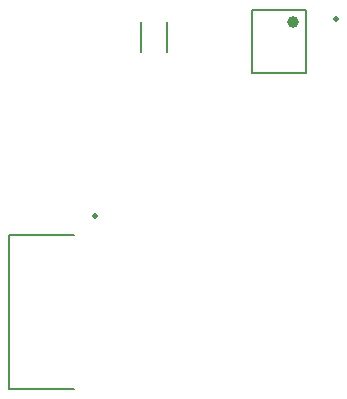
<source format=gbo>
From e75f60093b1709f0fa4dd69b582c63269448657a Mon Sep 17 00:00:00 2001
From: jaseg <git@jaseg.de>
Date: Sat, 15 Jan 2022 21:36:59 +0100
Subject: Add a whole zoo of gerber files from different EDA packages

---
 .../tests/resources/upverter/design_export.gbo     | 35 ++++++++++++++++++++++
 1 file changed, 35 insertions(+)
 create mode 100644 gerbonara/gerber/tests/resources/upverter/design_export.gbo

(limited to 'gerbonara/gerber/tests/resources/upverter/design_export.gbo')

diff --git a/gerbonara/gerber/tests/resources/upverter/design_export.gbo b/gerbonara/gerber/tests/resources/upverter/design_export.gbo
new file mode 100644
index 0000000..81a1c10
--- /dev/null
+++ b/gerbonara/gerber/tests/resources/upverter/design_export.gbo
@@ -0,0 +1,35 @@
+%FSLAX33Y33*%
+%MOMM*%
+%ADD10C,0.15*%
+%ADD11C,1.*%
+%ADD12C,0.5*%
+%ADD13C,0.5*%
+D10*
+%LNbottom silkscreen_traces*%
+%LNbottom silkscreen component 6ec8fa02dcc931b8*%
+G01*
+X-45398Y17715D02*
+X-45398Y12435D01*
+X-40802Y12435*
+X-40802Y17715*
+X-45398Y17715*
+D11*
+X-41902Y16740D03*
+D12*
+X-38300Y16980D03*
+%LNbottom silkscreen component 78a424b639101169*%
+D10*
+X-52600Y16733D02*
+X-52600Y14217D01*
+X-54850Y16733D02*
+X-54850Y14217D01*
+%LNbottom silkscreen component eb69e66ac07ddab8*%
+X-65975Y-14300D02*
+X-65975Y-1300D01*
+X-65975Y-14300D02*
+X-60475Y-14300D01*
+X-65975Y-1300D02*
+X-60475Y-1300D01*
+D13*
+X-58725Y0300D03*
+M02*
\ No newline at end of file
-- 
cgit 


</source>
